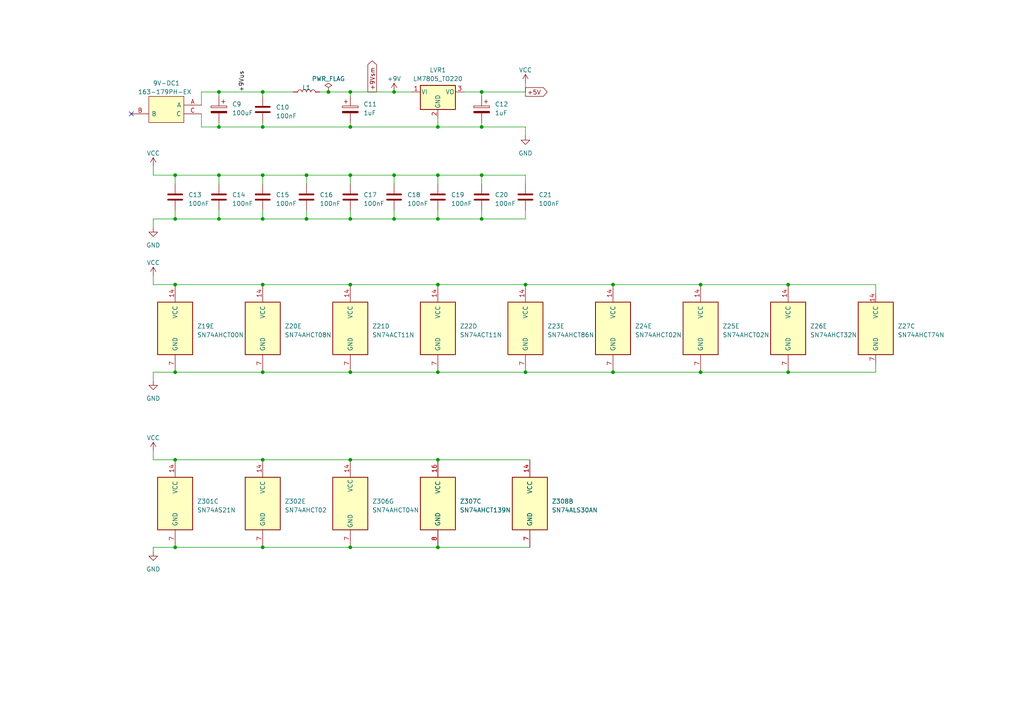
<source format=kicad_sch>
(kicad_sch (version 20211123) (generator eeschema)
  (paper "A4")
  (title_block (title "JupiterAce Z80 plus KIO and new memory format.") (date "2020-05-12") (rev "${REVNUM}") (company "Ontobus") (comment 1 "John Bradley") (comment 2 "https://creativecommons.org/licenses/by-nc-sa/4.0/") (comment 3 "Attribution-NonCommercial-ShareAlike 4.0 International License.") (comment 4 "This work is licensed under a Creative Commons "))
  (lib_symbols
    (symbol "74xx-FIX:74LS21" (pin_names (offset 1.016))
      (property "Reference" "U" (at 0 1.27 0))
      (property "Value" "74LS21" (at 0 -1.27 0))
      (symbol "74LS21_1_0"
        (pin no_connect line (at 2.54 -2.54 180) (length 2.54) hide (name "") (number "11"))
        (pin no_connect line (at 2.54 -1.27 180) (length 2.54) hide (name "") (number "3"))
      )
      (symbol "74LS21_1_1"
        (pin input line (at -7.62 3.81 0) (length 3.81) (name "~") (number "1"))
        (pin input line (at -7.62 1.27 0) (length 3.81) (name "~") (number "2"))
        (pin input line (at -7.62 -1.27 0) (length 3.81) (name "~") (number "4"))
        (pin input line (at -7.62 -3.81 0) (length 3.81) (name "~") (number "5"))
        (pin output line (at 7.62 0 180) (length 3.81) (name "~") (number "6"))
      )
      (symbol "74LS21_1_2"
        (pin input inverted (at -7.62 3.81 0) (length 3.81) (name "~") (number "1"))
        (pin input inverted (at -7.62 1.27 0) (length 4.826) (name "~") (number "2"))
        (pin input inverted (at -7.62 -1.27 0) (length 4.826) (name "~") (number "4"))
        (pin input inverted (at -7.62 -3.81 0) (length 3.81) (name "~") (number "5"))
        (pin output inverted (at 7.62 0 180) (length 3.81) (name "~") (number "6"))
      )
      (symbol "74LS21_2_1"
        (pin input line (at -7.62 1.27 0) (length 3.81) (name "~") (number "10"))
        (pin input line (at -7.62 -1.27 0) (length 3.81) (name "~") (number "12"))
        (pin input line (at -7.62 -3.81 0) (length 3.81) (name "~") (number "13"))
        (pin output line (at 7.62 0 180) (length 3.81) (name "~") (number "8"))
        (pin input line (at -7.62 3.81 0) (length 3.81) (name "~") (number "9"))
      )
      (symbol "74LS21_2_2"
        (pin input inverted (at -7.62 1.27 0) (length 4.826) (name "~") (number "10"))
        (pin input inverted (at -7.62 -1.27 0) (length 4.826) (name "~") (number "12"))
        (pin input inverted (at -7.62 -3.81 0) (length 3.81) (name "~") (number "13"))
        (pin output inverted (at 7.62 0 180) (length 3.81) (name "~") (number "8"))
        (pin input inverted (at -7.62 3.81 0) (length 3.81) (name "~") (number "9"))
      )
      (symbol "74LS21_3_0"
        (pin power_in line (at 0 12.7 270) (length 5.08) (name "VCC") (number "14"))
        (pin power_in line (at 0 -12.7 90) (length 5.08) (name "GND") (number "7"))
      )
    )
    (symbol "74xx-FIX:74LS30" (pin_names (offset 1.016))
      (property "Reference" "U" (at 0 1.27 0))
      (property "Value" "74LS30" (at 0 -1.27 0))
      (symbol "74LS30_1_0"
        (pin no_connect line (at 0 -5.08 0) (length 2.54) hide (name "") (number "10"))
        (pin no_connect line (at -1.27 -6.35 0) (length 2.54) hide (name "") (number "13"))
        (pin no_connect line (at 0 -6.35 0) (length 2.54) hide (name "") (number "9"))
      )
      (symbol "74LS30_1_1"
        (pin input line (at -7.62 7.62 0) (length 3.81) (name "~") (number "1"))
        (pin input line (at -7.62 -7.62 0) (length 3.81) (name "~") (number "11"))
        (pin input line (at -7.62 -10.16 0) (length 3.81) (name "~") (number "12"))
        (pin input line (at -7.62 5.08 0) (length 3.81) (name "~") (number "2"))
        (pin input line (at -7.62 2.54 0) (length 3.81) (name "~") (number "3"))
        (pin input line (at -7.62 0 0) (length 3.81) (name "~") (number "4"))
        (pin input line (at -7.62 -2.54 0) (length 3.81) (name "~") (number "5"))
        (pin input line (at -7.62 -5.08 0) (length 3.81) (name "~") (number "6"))
        (pin output inverted (at 7.62 0 180) (length 3.81) (name "~") (number "8"))
      )
      (symbol "74LS30_1_2"
        (pin input inverted (at -7.62 7.62 0) (length 3.81) (name "~") (number "1"))
        (pin input inverted (at -7.62 -7.62 0) (length 3.81) (name "~") (number "11"))
        (pin input inverted (at -7.62 -10.16 0) (length 3.81) (name "~") (number "12"))
        (pin input inverted (at -7.62 5.08 0) (length 3.81) (name "~") (number "2"))
        (pin input inverted (at -7.62 2.54 0) (length 4.5466) (name "~") (number "3"))
        (pin input inverted (at -7.62 0 0) (length 5.08) (name "~") (number "4"))
        (pin input inverted (at -7.62 -2.54 0) (length 4.5466) (name "~") (number "5"))
        (pin input inverted (at -7.62 -5.08 0) (length 3.81) (name "~") (number "6"))
        (pin output line (at 7.62 0 180) (length 3.81) (name "~") (number "8"))
      )
      (symbol "74LS30_2_0"
        (pin power_in line (at 0 12.7 270) (length 5.08) (name "VCC") (number "14"))
        (pin power_in line (at 0 -12.7 90) (length 5.08) (name "GND") (number "7"))
      )
    )
    (symbol "74xx:74LS00" (pin_names (offset 1.016))
      (property "Reference" "U" (at 0 1.27 0))
      (property "Value" "74LS00" (at 0 -1.27 0))
      (symbol "74LS00_1_1"
        (pin input line (at -7.62 2.54 0) (length 3.81) (name "~") (number "1"))
        (pin input line (at -7.62 -2.54 0) (length 3.81) (name "~") (number "2"))
        (pin output inverted (at 7.62 0 180) (length 3.81) (name "~") (number "3"))
      )
      (symbol "74LS00_1_2"
        (pin input inverted (at -7.62 2.54 0) (length 4.318) (name "~") (number "1"))
        (pin input inverted (at -7.62 -2.54 0) (length 4.318) (name "~") (number "2"))
        (pin output line (at 7.62 0 180) (length 3.81) (name "~") (number "3"))
      )
      (symbol "74LS00_2_1"
        (pin input line (at -7.62 2.54 0) (length 3.81) (name "~") (number "4"))
        (pin input line (at -7.62 -2.54 0) (length 3.81) (name "~") (number "5"))
        (pin output inverted (at 7.62 0 180) (length 3.81) (name "~") (number "6"))
      )
      (symbol "74LS00_2_2"
        (pin input inverted (at -7.62 2.54 0) (length 4.318) (name "~") (number "4"))
        (pin input inverted (at -7.62 -2.54 0) (length 4.318) (name "~") (number "5"))
        (pin output line (at 7.62 0 180) (length 3.81) (name "~") (number "6"))
      )
      (symbol "74LS00_3_1"
        (pin input line (at -7.62 -2.54 0) (length 3.81) (name "~") (number "10"))
        (pin output inverted (at 7.62 0 180) (length 3.81) (name "~") (number "8"))
        (pin input line (at -7.62 2.54 0) (length 3.81) (name "~") (number "9"))
      )
      (symbol "74LS00_3_2"
        (pin input inverted (at -7.62 -2.54 0) (length 4.318) (name "~") (number "10"))
        (pin output line (at 7.62 0 180) (length 3.81) (name "~") (number "8"))
        (pin input inverted (at -7.62 2.54 0) (length 4.318) (name "~") (number "9"))
      )
      (symbol "74LS00_4_1"
        (pin output inverted (at 7.62 0 180) (length 3.81) (name "~") (number "11"))
        (pin input line (at -7.62 2.54 0) (length 3.81) (name "~") (number "12"))
        (pin input line (at -7.62 -2.54 0) (length 3.81) (name "~") (number "13"))
      )
      (symbol "74LS00_4_2"
        (pin output line (at 7.62 0 180) (length 3.81) (name "~") (number "11"))
        (pin input inverted (at -7.62 2.54 0) (length 4.318) (name "~") (number "12"))
        (pin input inverted (at -7.62 -2.54 0) (length 4.318) (name "~") (number "13"))
      )
      (symbol "74LS00_5_0"
        (pin power_in line (at 0 12.7 270) (length 5.08) (name "VCC") (number "14"))
        (pin power_in line (at 0 -12.7 90) (length 5.08) (name "GND") (number "7"))
      )
    )
    (symbol "74xx:74LS02" (pin_names (offset 1.016))
      (property "Reference" "U" (at 0 1.27 0))
      (property "Value" "74LS02" (at 0 -1.27 0))
      (symbol "74LS02_1_1"
        (pin output inverted (at 7.62 0 180) (length 3.81) (name "~") (number "1"))
        (pin input line (at -7.62 2.54 0) (length 4.318) (name "~") (number "2"))
        (pin input line (at -7.62 -2.54 0) (length 4.318) (name "~") (number "3"))
      )
      (symbol "74LS02_1_2"
        (pin output line (at 7.62 0 180) (length 3.81) (name "~") (number "1"))
        (pin input inverted (at -7.62 2.54 0) (length 3.81) (name "~") (number "2"))
        (pin input inverted (at -7.62 -2.54 0) (length 3.81) (name "~") (number "3"))
      )
      (symbol "74LS02_2_1"
        (pin output inverted (at 7.62 0 180) (length 3.81) (name "~") (number "4"))
        (pin input line (at -7.62 2.54 0) (length 4.318) (name "~") (number "5"))
        (pin input line (at -7.62 -2.54 0) (length 4.318) (name "~") (number "6"))
      )
      (symbol "74LS02_2_2"
        (pin output line (at 7.62 0 180) (length 3.81) (name "~") (number "4"))
        (pin input inverted (at -7.62 2.54 0) (length 3.81) (name "~") (number "5"))
        (pin input inverted (at -7.62 -2.54 0) (length 3.81) (name "~") (number "6"))
      )
      (symbol "74LS02_3_1"
        (pin output inverted (at 7.62 0 180) (length 3.81) (name "~") (number "10"))
        (pin input line (at -7.62 2.54 0) (length 4.318) (name "~") (number "8"))
        (pin input line (at -7.62 -2.54 0) (length 4.318) (name "~") (number "9"))
      )
      (symbol "74LS02_3_2"
        (pin output line (at 7.62 0 180) (length 3.81) (name "~") (number "10"))
        (pin input inverted (at -7.62 2.54 0) (length 3.81) (name "~") (number "8"))
        (pin input inverted (at -7.62 -2.54 0) (length 3.81) (name "~") (number "9"))
      )
      (symbol "74LS02_4_1"
        (pin input line (at -7.62 2.54 0) (length 4.318) (name "~") (number "11"))
        (pin input line (at -7.62 -2.54 0) (length 4.318) (name "~") (number "12"))
        (pin output inverted (at 7.62 0 180) (length 3.81) (name "~") (number "13"))
      )
      (symbol "74LS02_4_2"
        (pin input inverted (at -7.62 2.54 0) (length 3.81) (name "~") (number "11"))
        (pin input inverted (at -7.62 -2.54 0) (length 3.81) (name "~") (number "12"))
        (pin output line (at 7.62 0 180) (length 3.81) (name "~") (number "13"))
      )
      (symbol "74LS02_5_0"
        (pin power_in line (at 0 12.7 270) (length 5.08) (name "VCC") (number "14"))
        (pin power_in line (at 0 -12.7 90) (length 5.08) (name "GND") (number "7"))
      )
    )
    (symbol "74xx:74LS04"
      (property "Reference" "U" (at 0 1.27 0))
      (property "Value" "74LS04" (at 0 -1.27 0))
      (symbol "74LS04_1_0"
        (pin input line (at -7.62 0 0) (length 3.81) (name "~") (number "1"))
        (pin output inverted (at 7.62 0 180) (length 3.81) (name "~") (number "2"))
      )
      (symbol "74LS04_2_0"
        (pin input line (at -7.62 0 0) (length 3.81) (name "~") (number "3"))
        (pin output inverted (at 7.62 0 180) (length 3.81) (name "~") (number "4"))
      )
      (symbol "74LS04_3_0"
        (pin input line (at -7.62 0 0) (length 3.81) (name "~") (number "5"))
        (pin output inverted (at 7.62 0 180) (length 3.81) (name "~") (number "6"))
      )
      (symbol "74LS04_4_0"
        (pin output inverted (at 7.62 0 180) (length 3.81) (name "~") (number "8"))
        (pin input line (at -7.62 0 0) (length 3.81) (name "~") (number "9"))
      )
      (symbol "74LS04_5_0"
        (pin output inverted (at 7.62 0 180) (length 3.81) (name "~") (number "10"))
        (pin input line (at -7.62 0 0) (length 3.81) (name "~") (number "11"))
      )
      (symbol "74LS04_6_0"
        (pin output inverted (at 7.62 0 180) (length 3.81) (name "~") (number "12"))
        (pin input line (at -7.62 0 0) (length 3.81) (name "~") (number "13"))
      )
      (symbol "74LS04_7_0"
        (pin power_in line (at 0 12.7 270) (length 5.08) (name "VCC") (number "14"))
        (pin power_in line (at 0 -12.7 90) (length 5.08) (name "GND") (number "7"))
      )
    )
    (symbol "74xx:74LS08" (pin_names (offset 1.016))
      (property "Reference" "U" (at 0 1.27 0))
      (property "Value" "74LS08" (at 0 -1.27 0))
      (symbol "74LS08_1_1"
        (pin input line (at -7.62 2.54 0) (length 3.81) (name "~") (number "1"))
        (pin input line (at -7.62 -2.54 0) (length 3.81) (name "~") (number "2"))
        (pin output line (at 7.62 0 180) (length 3.81) (name "~") (number "3"))
      )
      (symbol "74LS08_1_2"
        (pin input inverted (at -7.62 2.54 0) (length 4.318) (name "~") (number "1"))
        (pin input inverted (at -7.62 -2.54 0) (length 4.318) (name "~") (number "2"))
        (pin output inverted (at 7.62 0 180) (length 3.81) (name "~") (number "3"))
      )
      (symbol "74LS08_2_1"
        (pin input line (at -7.62 2.54 0) (length 3.81) (name "~") (number "4"))
        (pin input line (at -7.62 -2.54 0) (length 3.81) (name "~") (number "5"))
        (pin output line (at 7.62 0 180) (length 3.81) (name "~") (number "6"))
      )
      (symbol "74LS08_2_2"
        (pin input inverted (at -7.62 2.54 0) (length 4.318) (name "~") (number "4"))
        (pin input inverted (at -7.62 -2.54 0) (length 4.318) (name "~") (number "5"))
        (pin output inverted (at 7.62 0 180) (length 3.81) (name "~") (number "6"))
      )
      (symbol "74LS08_3_1"
        (pin input line (at -7.62 -2.54 0) (length 3.81) (name "~") (number "10"))
        (pin output line (at 7.62 0 180) (length 3.81) (name "~") (number "8"))
        (pin input line (at -7.62 2.54 0) (length 3.81) (name "~") (number "9"))
      )
      (symbol "74LS08_3_2"
        (pin input inverted (at -7.62 -2.54 0) (length 4.318) (name "~") (number "10"))
        (pin output inverted (at 7.62 0 180) (length 3.81) (name "~") (number "8"))
        (pin input inverted (at -7.62 2.54 0) (length 4.318) (name "~") (number "9"))
      )
      (symbol "74LS08_4_1"
        (pin output line (at 7.62 0 180) (length 3.81) (name "~") (number "11"))
        (pin input line (at -7.62 2.54 0) (length 3.81) (name "~") (number "12"))
        (pin input line (at -7.62 -2.54 0) (length 3.81) (name "~") (number "13"))
      )
      (symbol "74LS08_4_2"
        (pin output inverted (at 7.62 0 180) (length 3.81) (name "~") (number "11"))
        (pin input inverted (at -7.62 2.54 0) (length 4.318) (name "~") (number "12"))
        (pin input inverted (at -7.62 -2.54 0) (length 4.318) (name "~") (number "13"))
      )
      (symbol "74LS08_5_0"
        (pin power_in line (at 0 12.7 270) (length 5.08) (name "VCC") (number "14"))
        (pin power_in line (at 0 -12.7 90) (length 5.08) (name "GND") (number "7"))
      )
    )
    (symbol "74xx:74LS11" (pin_names (offset 1.016))
      (property "Reference" "U" (at 0 1.27 0))
      (property "Value" "74LS11" (at 0 -1.27 0))
      (symbol "74LS11_1_1"
        (pin input line (at -7.62 2.54 0) (length 3.81) (name "~") (number "1"))
        (pin output line (at 7.62 0 180) (length 3.81) (name "~") (number "12"))
        (pin input line (at -7.62 -2.54 0) (length 3.81) (name "~") (number "13"))
        (pin input line (at -7.62 0 0) (length 3.81) (name "~") (number "2"))
      )
      (symbol "74LS11_1_2"
        (pin input inverted (at -7.62 2.54 0) (length 4.318) (name "~") (number "1"))
        (pin output inverted (at 7.62 0 180) (length 3.81) (name "~") (number "12"))
        (pin input inverted (at -7.62 -2.54 0) (length 4.318) (name "~") (number "13"))
        (pin input inverted (at -7.62 0 0) (length 4.953) (name "~") (number "2"))
      )
      (symbol "74LS11_2_1"
        (pin input line (at -7.62 2.54 0) (length 3.81) (name "~") (number "3"))
        (pin input line (at -7.62 0 0) (length 3.81) (name "~") (number "4"))
        (pin input line (at -7.62 -2.54 0) (length 3.81) (name "~") (number "5"))
        (pin output line (at 7.62 0 180) (length 3.81) (name "~") (number "6"))
      )
      (symbol "74LS11_2_2"
        (pin input inverted (at -7.62 2.54 0) (length 4.318) (name "~") (number "3"))
        (pin input inverted (at -7.62 0 0) (length 4.953) (name "~") (number "4"))
        (pin input inverted (at -7.62 -2.54 0) (length 4.318) (name "~") (number "5"))
        (pin output inverted (at 7.62 0 180) (length 3.81) (name "~") (number "6"))
      )
      (symbol "74LS11_3_1"
        (pin input line (at -7.62 0 0) (length 3.81) (name "~") (number "10"))
        (pin input line (at -7.62 -2.54 0) (length 3.81) (name "~") (number "11"))
        (pin output line (at 7.62 0 180) (length 3.81) (name "~") (number "8"))
        (pin input line (at -7.62 2.54 0) (length 3.81) (name "~") (number "9"))
      )
      (symbol "74LS11_3_2"
        (pin input inverted (at -7.62 0 0) (length 4.953) (name "~") (number "10"))
        (pin input inverted (at -7.62 -2.54 0) (length 4.318) (name "~") (number "11"))
        (pin output inverted (at 7.62 0 180) (length 3.81) (name "~") (number "8"))
        (pin input inverted (at -7.62 2.54 0) (length 4.318) (name "~") (number "9"))
      )
      (symbol "74LS11_4_0"
        (pin power_in line (at 0 12.7 270) (length 5.08) (name "VCC") (number "14"))
        (pin power_in line (at 0 -12.7 90) (length 5.08) (name "GND") (number "7"))
      )
    )
    (symbol "74xx:74LS139" (pin_names (offset 1.016))
      (property "Reference" "U" (at -7.62 8.89 0))
      (property "Value" "74LS139" (at -7.62 -8.89 0))
      (symbol "74LS139_1_0"
        (pin input inverted (at -12.7 -5.08 0) (length 5.08) (name "E") (number "1"))
        (pin input line (at -12.7 0 0) (length 5.08) (name "A0") (number "2"))
        (pin input line (at -12.7 2.54 0) (length 5.08) (name "A1") (number "3"))
        (pin output inverted (at 12.7 2.54 180) (length 5.08) (name "O0") (number "4"))
        (pin output inverted (at 12.7 0 180) (length 5.08) (name "O1") (number "5"))
        (pin output inverted (at 12.7 -2.54 180) (length 5.08) (name "O2") (number "6"))
        (pin output inverted (at 12.7 -5.08 180) (length 5.08) (name "O3") (number "7"))
      )
      (symbol "74LS139_2_0"
        (pin output inverted (at 12.7 -2.54 180) (length 5.08) (name "O2") (number "10"))
        (pin output inverted (at 12.7 0 180) (length 5.08) (name "O1") (number "11"))
        (pin output inverted (at 12.7 2.54 180) (length 5.08) (name "O0") (number "12"))
        (pin input line (at -12.7 2.54 0) (length 5.08) (name "A1") (number "13"))
        (pin input line (at -12.7 0 0) (length 5.08) (name "A0") (number "14"))
        (pin input inverted (at -12.7 -5.08 0) (length 5.08) (name "E") (number "15"))
        (pin output inverted (at 12.7 -5.08 180) (length 5.08) (name "O3") (number "9"))
      )
      (symbol "74LS139_3_0"
        (pin power_in line (at 0 12.7 270) (length 5.08) (name "VCC") (number "16"))
        (pin power_in line (at 0 -12.7 90) (length 5.08) (name "GND") (number "8"))
      )
    )
    (symbol "74xx:74LS32" (pin_names (offset 1.016))
      (property "Reference" "U" (at 0 1.27 0))
      (property "Value" "74LS32" (at 0 -1.27 0))
      (symbol "74LS32_1_1"
        (pin input line (at -7.62 2.54 0) (length 4.318) (name "~") (number "1"))
        (pin input line (at -7.62 -2.54 0) (length 4.318) (name "~") (number "2"))
        (pin output line (at 7.62 0 180) (length 3.81) (name "~") (number "3"))
      )
      (symbol "74LS32_1_2"
        (pin input inverted (at -7.62 2.54 0) (length 3.81) (name "~") (number "1"))
        (pin input inverted (at -7.62 -2.54 0) (length 3.81) (name "~") (number "2"))
        (pin output inverted (at 7.62 0 180) (length 3.81) (name "~") (number "3"))
      )
      (symbol "74LS32_2_1"
        (pin input line (at -7.62 2.54 0) (length 4.318) (name "~") (number "4"))
        (pin input line (at -7.62 -2.54 0) (length 4.318) (name "~") (number "5"))
        (pin output line (at 7.62 0 180) (length 3.81) (name "~") (number "6"))
      )
      (symbol "74LS32_2_2"
        (pin input inverted (at -7.62 2.54 0) (length 3.81) (name "~") (number "4"))
        (pin input inverted (at -7.62 -2.54 0) (length 3.81) (name "~") (number "5"))
        (pin output inverted (at 7.62 0 180) (length 3.81) (name "~") (number "6"))
      )
      (symbol "74LS32_3_1"
        (pin input line (at -7.62 -2.54 0) (length 4.318) (name "~") (number "10"))
        (pin output line (at 7.62 0 180) (length 3.81) (name "~") (number "8"))
        (pin input line (at -7.62 2.54 0) (length 4.318) (name "~") (number "9"))
      )
      (symbol "74LS32_3_2"
        (pin input inverted (at -7.62 -2.54 0) (length 3.81) (name "~") (number "10"))
        (pin output inverted (at 7.62 0 180) (length 3.81) (name "~") (number "8"))
        (pin input inverted (at -7.62 2.54 0) (length 3.81) (name "~") (number "9"))
      )
      (symbol "74LS32_4_1"
        (pin output line (at 7.62 0 180) (length 3.81) (name "~") (number "11"))
        (pin input line (at -7.62 2.54 0) (length 4.318) (name "~") (number "12"))
        (pin input line (at -7.62 -2.54 0) (length 4.318) (name "~") (number "13"))
      )
      (symbol "74LS32_4_2"
        (pin output inverted (at 7.62 0 180) (length 3.81) (name "~") (number "11"))
        (pin input inverted (at -7.62 2.54 0) (length 3.81) (name "~") (number "12"))
        (pin input inverted (at -7.62 -2.54 0) (length 3.81) (name "~") (number "13"))
      )
      (symbol "74LS32_5_0"
        (pin power_in line (at 0 12.7 270) (length 5.08) (name "VCC") (number "14"))
        (pin power_in line (at 0 -12.7 90) (length 5.08) (name "GND") (number "7"))
      )
    )
    (symbol "74xx:74LS74" (pin_names (offset 1.016))
      (property "Reference" "U" (at -7.62 8.89 0))
      (property "Value" "74LS74" (at -7.62 -8.89 0))
      (symbol "74LS74_1_0"
        (pin input line (at 0 -7.62 90) (length 2.54) (name "~{R}") (number "1"))
        (pin input line (at -7.62 2.54 0) (length 2.54) (name "D") (number "2"))
        (pin input clock (at -7.62 0 0) (length 2.54) (name "C") (number "3"))
        (pin input line (at 0 7.62 270) (length 2.54) (name "~{S}") (number "4"))
        (pin output line (at 7.62 2.54 180) (length 2.54) (name "Q") (number "5"))
        (pin output line (at 7.62 -2.54 180) (length 2.54) (name "~{Q}") (number "6"))
      )
      (symbol "74LS74_2_0"
        (pin input line (at 0 7.62 270) (length 2.54) (name "~{S}") (number "10"))
        (pin input clock (at -7.62 0 0) (length 2.54) (name "C") (number "11"))
        (pin input line (at -7.62 2.54 0) (length 2.54) (name "D") (number "12"))
        (pin input line (at 0 -7.62 90) (length 2.54) (name "~{R}") (number "13"))
        (pin output line (at 7.62 -2.54 180) (length 2.54) (name "~{Q}") (number "8"))
        (pin output line (at 7.62 2.54 180) (length 2.54) (name "Q") (number "9"))
      )
      (symbol "74LS74_3_0"
        (pin power_in line (at 0 10.16 270) (length 2.54) (name "VCC") (number "14"))
        (pin power_in line (at 0 -10.16 90) (length 2.54) (name "GND") (number "7"))
      )
    )
    (symbol "74xx:74LS86" (pin_names (offset 1.016))
      (property "Reference" "U" (at 0 1.27 0))
      (property "Value" "74LS86" (at 0 -1.27 0))
      (symbol "74LS86_1_0"
        (pin input line (at -7.62 2.54 0) (length 4.445) (name "~") (number "1"))
        (pin input line (at -7.62 -2.54 0) (length 4.445) (name "~") (number "2"))
        (pin output line (at 7.62 0 180) (length 3.81) (name "~") (number "3"))
      )
      (symbol "74LS86_2_0"
        (pin input line (at -7.62 2.54 0) (length 4.445) (name "~") (number "4"))
        (pin input line (at -7.62 -2.54 0) (length 4.445) (name "~") (number "5"))
        (pin output line (at 7.62 0 180) (length 3.81) (name "~") (number "6"))
      )
      (symbol "74LS86_3_0"
        (pin input line (at -7.62 -2.54 0) (length 4.445) (name "~") (number "10"))
        (pin output line (at 7.62 0 180) (length 3.81) (name "~") (number "8"))
        (pin input line (at -7.62 2.54 0) (length 4.445) (name "~") (number "9"))
      )
      (symbol "74LS86_4_0"
        (pin output line (at 7.62 0 180) (length 3.81) (name "~") (number "11"))
        (pin input line (at -7.62 2.54 0) (length 4.445) (name "~") (number "12"))
        (pin input line (at -7.62 -2.54 0) (length 4.445) (name "~") (number "13"))
      )
      (symbol "74LS86_5_0"
        (pin power_in line (at 0 12.7 270) (length 5.08) (name "VCC") (number "14"))
        (pin power_in line (at 0 -12.7 90) (length 5.08) (name "GND") (number "7"))
      )
    )
    (symbol "Device:C" (pin_numbers hide) (pin_names (offset 0.254))
      (property "Reference" "C" (at 0.635 2.54 0))
      (property "Value" "C" (at 0.635 -2.54 0))
      (symbol "C_1_1"
        (pin passive line (at 0 3.81 270) (length 2.794) (name "~") (number "1"))
        (pin passive line (at 0 -3.81 90) (length 2.794) (name "~") (number "2"))
      )
    )
    (symbol "Device:C_Polarized" (pin_numbers hide) (pin_names (offset 0.254))
      (property "Reference" "C" (at 0.635 2.54 0))
      (property "Value" "C_Polarized" (at 0.635 -2.54 0))
      (symbol "C_Polarized_1_1"
        (pin passive line (at 0 3.81 270) (length 2.794) (name "~") (number "1"))
        (pin passive line (at 0 -3.81 90) (length 2.794) (name "~") (number "2"))
      )
    )
    (symbol "Device:L" (pin_numbers hide) (pin_names (offset 1.016) hide)
      (property "Reference" "L" (at -1.27 0 90))
      (property "Value" "L" (at 1.905 0 90))
      (symbol "L_1_1"
        (pin passive line (at 0 3.81 270) (length 1.27) (name "1") (number "1"))
        (pin passive line (at 0 -3.81 90) (length 1.27) (name "2") (number "2"))
      )
    )
    (symbol "ExtraSymbols:163-179PH-EX" (pin_names (offset 0.762))
      (property "Reference" "J" (at 16.51 7.62 0))
      (property "Value" "163-179PH-EX" (at 16.51 5.08 0))
      (symbol "163-179PH-EX_0_0"
        (pin power_out line (at 20.32 -2.54 180) (length 5.08) (name "A") (number "A"))
        (pin power_out line (at 0 0 0) (length 5.08) (name "B") (number "B"))
        (pin power_out line (at 20.32 0 180) (length 5.08) (name "C") (number "C"))
      )
    )
    (symbol "Regulator_Linear:LM7805_TO220" (pin_names (offset 0.254))
      (property "Reference" "U" (at -3.81 3.175 0))
      (property "Value" "LM7805_TO220" (at 0 3.175 0))
      (symbol "LM7805_TO220_1_1"
        (pin power_in line (at -7.62 0 0) (length 2.54) (name "VI") (number "1"))
        (pin power_in line (at 0 -7.62 90) (length 2.54) (name "GND") (number "2"))
        (pin power_out line (at 7.62 0 180) (length 2.54) (name "VO") (number "3"))
      )
    )
    (symbol "power:+9V" (power) (pin_names (offset 0))
      (property "Value" "+9V" (at 0 3.556 0))
      (symbol "+9V_1_1"
        (pin power_in line (at 0 0 90) (length 0) hide (name "+9V") (number "1"))
      )
    )
    (symbol "power:GND" (power) (pin_names (offset 0))
      (property "Value" "GND" (at 0 -3.81 0))
      (symbol "GND_1_1"
        (pin power_in line (at 0 0 270) (length 0) hide (name "GND") (number "1"))
      )
    )
    (symbol "power:PWR_FLAG" (power) (pin_numbers hide) (pin_names (offset 0) hide)
      (property "Value" "PWR_FLAG" (at 0 3.81 0))
      (symbol "PWR_FLAG_0_0"
        (pin power_out line (at 0 0 90) (length 0) (name "pwr") (number "1"))
      )
    )
    (symbol "power:VCC" (power) (pin_names (offset 0))
      (property "Value" "VCC" (at 0 3.81 0))
      (symbol "VCC_1_1"
        (pin power_in line (at 0 0 90) (length 0) hide (name "VCC") (number "1"))
      )
    )
  )
  (junction (at 101.6 82.55))
  (junction (at 63.5 50.8))
  (junction (at 152.4 107.95))
  (junction (at 139.7 50.8))
  (junction (at 101.6 36.83))
  (junction (at 203.2 107.95))
  (junction (at 50.8 63.5))
  (junction (at 50.8 133.35))
  (junction (at 76.2 50.8))
  (junction (at 63.5 63.5))
  (junction (at 127 50.8))
  (junction (at 139.7 36.83))
  (junction (at 101.6 107.95))
  (junction (at 88.9 63.5))
  (junction (at 76.2 158.75))
  (junction (at 139.7 63.5))
  (junction (at 177.8 107.95))
  (junction (at 127 36.83))
  (junction (at 50.8 50.8))
  (junction (at 127 158.75))
  (junction (at 76.2 63.5))
  (junction (at 95.25 26.67))
  (junction (at 63.5 36.83))
  (junction (at 101.6 133.35))
  (junction (at 228.6 107.95))
  (junction (at 101.6 26.67))
  (junction (at 139.7 26.67))
  (junction (at 101.6 158.75))
  (junction (at 50.8 158.75))
  (junction (at 50.8 82.55))
  (junction (at 76.2 82.55))
  (junction (at 228.6 82.55))
  (junction (at 203.2 82.55))
  (junction (at 152.4 82.55))
  (junction (at 63.5 26.67))
  (junction (at 101.6 63.5))
  (junction (at 127 82.55))
  (junction (at 76.2 36.83))
  (junction (at 127 133.35))
  (junction (at 101.6 50.8))
  (junction (at 76.2 26.67))
  (junction (at 76.2 133.35))
  (junction (at 114.3 50.8))
  (junction (at 127 107.95))
  (junction (at 177.8 82.55))
  (junction (at 50.8 107.95))
  (junction (at 88.9 50.8))
  (junction (at 114.3 63.5))
  (junction (at 76.2 107.95))
  (junction (at 114.3 26.67))
  (junction (at 127 63.5))
  (no_connect (at 38.1 33.02))
  (wire (pts (xy 101.6 26.67) (xy 114.3 26.67)))
  (wire (pts (xy 203.2 82.55) (xy 228.6 82.55)))
  (wire (pts (xy 88.9 53.34) (xy 88.9 50.8)))
  (wire (pts (xy 58.42 30.48) (xy 58.42 26.67)))
  (wire (pts (xy 127 50.8) (xy 139.7 50.8)))
  (wire (pts (xy 50.8 133.35) (xy 76.2 133.35)))
  (wire (pts (xy 203.2 107.95) (xy 228.6 107.95)))
  (wire (pts (xy 58.42 36.83) (xy 58.42 33.02)))
  (wire (pts (xy 114.3 53.34) (xy 114.3 50.8)))
  (wire (pts (xy 63.5 63.5) (xy 76.2 63.5)))
  (wire (pts (xy 63.5 60.96) (xy 63.5 63.5)))
  (wire (pts (xy 76.2 82.55) (xy 101.6 82.55)))
  (wire (pts (xy 44.45 50.8) (xy 50.8 50.8)))
  (wire (pts (xy 76.2 35.56) (xy 76.2 36.83)))
  (wire (pts (xy 139.7 60.96) (xy 139.7 63.5)))
  (wire (pts (xy 127 107.95) (xy 152.4 107.95)))
  (wire (pts (xy 101.6 35.56) (xy 101.6 36.83)))
  (wire (pts (xy 152.4 107.95) (xy 177.8 107.95)))
  (wire (pts (xy 50.8 63.5) (xy 63.5 63.5)))
  (wire (pts (xy 127 60.96) (xy 127 63.5)))
  (wire (pts (xy 101.6 36.83) (xy 127 36.83)))
  (wire (pts (xy 76.2 63.5) (xy 88.9 63.5)))
  (wire (pts (xy 139.7 50.8) (xy 152.4 50.8)))
  (wire (pts (xy 139.7 27.94) (xy 139.7 26.67)))
  (wire (pts (xy 177.8 82.55) (xy 203.2 82.55)))
  (wire (pts (xy 63.5 36.83) (xy 76.2 36.83)))
  (wire (pts (xy 76.2 53.34) (xy 76.2 50.8)))
  (wire (pts (xy 50.8 82.55) (xy 76.2 82.55)))
  (wire (pts (xy 63.5 26.67) (xy 76.2 26.67)))
  (wire (pts (xy 44.45 133.35) (xy 50.8 133.35)))
  (wire (pts (xy 50.8 53.34) (xy 50.8 50.8)))
  (wire (pts (xy 101.6 107.95) (xy 127 107.95)))
  (wire (pts (xy 44.45 158.75) (xy 50.8 158.75)))
  (wire (pts (xy 127 63.5) (xy 139.7 63.5)))
  (wire (pts (xy 50.8 60.96) (xy 50.8 63.5)))
  (wire (pts (xy 101.6 82.55) (xy 127 82.55)))
  (wire (pts (xy 76.2 60.96) (xy 76.2 63.5)))
  (wire (pts (xy 58.42 36.83) (xy 63.5 36.83)))
  (wire (pts (xy 101.6 50.8) (xy 114.3 50.8)))
  (wire (pts (xy 127 158.75) (xy 153.67 158.75)))
  (wire (pts (xy 44.45 160.02) (xy 44.45 158.75)))
  (wire (pts (xy 152.4 26.67) (xy 152.4 24.13)))
  (wire (pts (xy 44.45 107.95) (xy 50.8 107.95)))
  (wire (pts (xy 114.3 26.67) (xy 119.38 26.67)))
  (wire (pts (xy 58.42 26.67) (xy 63.5 26.67)))
  (wire (pts (xy 63.5 53.34) (xy 63.5 50.8)))
  (wire (pts (xy 254 82.55) (xy 254 85.09)))
  (wire (pts (xy 44.45 107.95) (xy 44.45 110.49)))
  (wire (pts (xy 139.7 35.56) (xy 139.7 36.83)))
  (wire (pts (xy 228.6 82.55) (xy 254 82.55)))
  (wire (pts (xy 127 82.55) (xy 152.4 82.55)))
  (wire (pts (xy 44.45 133.35) (xy 44.45 130.81)))
  (wire (pts (xy 254 107.95) (xy 254 105.41)))
  (wire (pts (xy 127 34.29) (xy 127 36.83)))
  (wire (pts (xy 95.25 26.67) (xy 101.6 26.67)))
  (wire (pts (xy 50.8 158.75) (xy 76.2 158.75)))
  (wire (pts (xy 88.9 63.5) (xy 101.6 63.5)))
  (wire (pts (xy 76.2 26.67) (xy 85.09 26.67)))
  (wire (pts (xy 101.6 63.5) (xy 114.3 63.5)))
  (wire (pts (xy 44.45 82.55) (xy 44.45 80.01)))
  (wire (pts (xy 152.4 36.83) (xy 152.4 39.37)))
  (wire (pts (xy 152.4 60.96) (xy 152.4 63.5)))
  (wire (pts (xy 114.3 60.96) (xy 114.3 63.5)))
  (wire (pts (xy 76.2 50.8) (xy 88.9 50.8)))
  (wire (pts (xy 139.7 36.83) (xy 152.4 36.83)))
  (wire (pts (xy 76.2 133.35) (xy 101.6 133.35)))
  (wire (pts (xy 134.62 26.67) (xy 139.7 26.67)))
  (wire (pts (xy 152.4 82.55) (xy 177.8 82.55)))
  (wire (pts (xy 101.6 53.34) (xy 101.6 50.8)))
  (wire (pts (xy 152.4 53.34) (xy 152.4 50.8)))
  (wire (pts (xy 44.45 63.5) (xy 44.45 66.04)))
  (wire (pts (xy 228.6 107.95) (xy 254 107.95)))
  (wire (pts (xy 50.8 50.8) (xy 63.5 50.8)))
  (wire (pts (xy 88.9 60.96) (xy 88.9 63.5)))
  (wire (pts (xy 76.2 107.95) (xy 101.6 107.95)))
  (wire (pts (xy 63.5 27.94) (xy 63.5 26.67)))
  (wire (pts (xy 88.9 50.8) (xy 101.6 50.8)))
  (wire (pts (xy 76.2 26.67) (xy 76.2 27.94)))
  (wire (pts (xy 63.5 50.8) (xy 76.2 50.8)))
  (wire (pts (xy 44.45 82.55) (xy 50.8 82.55)))
  (wire (pts (xy 101.6 133.35) (xy 127 133.35)))
  (wire (pts (xy 101.6 158.75) (xy 127 158.75)))
  (wire (pts (xy 139.7 63.5) (xy 152.4 63.5)))
  (wire (pts (xy 101.6 26.67) (xy 101.6 27.94)))
  (wire (pts (xy 44.45 50.8) (xy 44.45 48.26)))
  (wire (pts (xy 101.6 60.96) (xy 101.6 63.5)))
  (wire (pts (xy 177.8 107.95) (xy 203.2 107.95)))
  (wire (pts (xy 92.71 26.67) (xy 95.25 26.67)))
  (wire (pts (xy 76.2 36.83) (xy 101.6 36.83)))
  (wire (pts (xy 114.3 63.5) (xy 127 63.5)))
  (wire (pts (xy 50.8 107.95) (xy 76.2 107.95)))
  (wire (pts (xy 139.7 53.34) (xy 139.7 50.8)))
  (wire (pts (xy 44.45 63.5) (xy 50.8 63.5)))
  (wire (pts (xy 139.7 26.67) (xy 152.4 26.67)))
  (wire (pts (xy 63.5 35.56) (xy 63.5 36.83)))
  (wire (pts (xy 127 53.34) (xy 127 50.8)))
  (wire (pts (xy 114.3 50.8) (xy 127 50.8)))
  (wire (pts (xy 76.2 158.75) (xy 101.6 158.75)))
  (wire (pts (xy 127 36.83) (xy 139.7 36.83)))
  (wire (pts (xy 127 133.35) (xy 153.67 133.35)))
  (label "+9Vus" (at 71.12 26.67 90))
  (global_label "+5V" (shape output) (at 152.4 26.67 0) (property "Intersheet References" "${INTERSHEET_REFS}" (at 158.5947 26.5906 0) (effects (justify left))))
  (global_label "+9Vsm" (shape output) (at 107.95 26.67 90) (property "Intersheet References" "${INTERSHEET_REFS}" (at 107.8706 17.7539 90) (effects (justify left))))
  (symbol (lib_id "ExtraSymbols:163-179PH-EX") (at 38.1 33.02 0) (mirror x) (unit 1)
    (property "Reference" "9V-DC1" (at 48.26 24.13 0))
    (property "Value" "163-179PH-EX " (at 48.26 26.67 0))
    (property "Footprint" "ExtraFootprints:163179PHEX" (effects hide))
    (property "Datasheet" "https://componentsearchengine.com/Datasheets/1/163-179PH-EX.pdf" (effects hide))
    (property "Manufacturer_Name" "Kobiconn" (effects hide))
    (property "Manufacturer_Part_Number" "163-179PH-EX" (effects hide))
    (property "Description" "DC Power Connectors PCB 2.1MM" (effects hide))
    (property "Height" "11" (effects hide))
    (property "Mouser Part Number" "163-179PH-EX" (effects hide))
    (property "Mouser Price/Stock" "https://www.mouser.co.uk/ProductDetail/Kobiconn/163-179PH-EX?qs=Xb8IjHhkxj5l2UOaIqcGCw%3D%3D" (effects hide))
  )
  (symbol (lib_id "Device:C") (at 76.2 57.15 180) (unit 1)
    (property "Reference" "C15" (at 80.01 56.515 0) (effects (justify right)))
    (property "Value" "100nF" (at 80.01 59.055 0) (effects (justify right)))
    (property "Footprint" "Capacitor_THT:C_Disc_D5.0mm_W2.5mm_P5.00mm" (effects hide))
    (property "Height" "3" (effects hide))
    (property "Manufacturer_Name" "Vishay" (effects hide))
    (property "Manufacturer_Part_Number" "K104K15X7RF53H5" (effects hide))
    (property "Allied_Number" "70122995" (effects hide))
  )
  (symbol (lib_id "Device:C") (at 88.9 57.15 180) (unit 1)
    (property "Reference" "C16" (at 92.71 56.515 0) (effects (justify right)))
    (property "Value" "100nF" (at 92.71 59.055 0) (effects (justify right)))
    (property "Footprint" "Capacitor_THT:C_Disc_D5.0mm_W2.5mm_P5.00mm" (effects hide))
    (property "Height" "3" (effects hide))
    (property "Manufacturer_Name" "Vishay" (effects hide))
    (property "Manufacturer_Part_Number" "K104K15X7RF53H5" (effects hide))
    (property "Allied_Number" "70122995" (effects hide))
  )
  (symbol (lib_id "Device:C") (at 101.6 57.15 180) (unit 1)
    (property "Reference" "C17" (at 105.41 56.515 0) (effects (justify right)))
    (property "Value" "100nF" (at 105.41 59.055 0) (effects (justify right)))
    (property "Footprint" "Capacitor_THT:C_Disc_D5.0mm_W2.5mm_P5.00mm" (effects hide))
    (property "Height" "3" (effects hide))
    (property "Manufacturer_Name" "Vishay" (effects hide))
    (property "Manufacturer_Part_Number" "K104K15X7RF53H5" (effects hide))
    (property "Allied_Number" "70122995" (effects hide))
  )
  (symbol (lib_id "Device:C") (at 114.3 57.15 180) (unit 1)
    (property "Reference" "C18" (at 118.11 56.515 0) (effects (justify right)))
    (property "Value" "100nF" (at 118.11 59.055 0) (effects (justify right)))
    (property "Footprint" "Capacitor_THT:C_Disc_D5.0mm_W2.5mm_P5.00mm" (effects hide))
    (property "Height" "3" (effects hide))
    (property "Manufacturer_Name" "Vishay" (effects hide))
    (property "Manufacturer_Part_Number" "K104K15X7RF53H5" (effects hide))
    (property "Allied_Number" "70122995" (effects hide))
  )
  (symbol (lib_id "Device:C") (at 127 57.15 180) (unit 1)
    (property "Reference" "C19" (at 130.81 56.515 0) (effects (justify right)))
    (property "Value" "100nF" (at 130.81 59.055 0) (effects (justify right)))
    (property "Footprint" "Capacitor_THT:C_Disc_D5.0mm_W2.5mm_P5.00mm" (effects hide))
    (property "Height" "3" (effects hide))
    (property "Manufacturer_Name" "Vishay" (effects hide))
    (property "Manufacturer_Part_Number" "K104K15X7RF53H5" (effects hide))
    (property "Allied_Number" "70122995" (effects hide))
  )
  (symbol (lib_id "Device:C") (at 139.7 57.15 180) (unit 1)
    (property "Reference" "C20" (at 143.51 56.515 0) (effects (justify right)))
    (property "Value" "100nF" (at 143.51 59.055 0) (effects (justify right)))
    (property "Footprint" "Capacitor_THT:C_Disc_D5.0mm_W2.5mm_P5.00mm" (effects hide))
    (property "Height" "3" (effects hide))
    (property "Manufacturer_Name" "Vishay" (effects hide))
    (property "Manufacturer_Part_Number" "K104K15X7RF53H5" (effects hide))
    (property "Allied_Number" "70122995" (effects hide))
  )
  (symbol (lib_id "Device:C") (at 63.5 57.15 180) (unit 1)
    (property "Reference" "C14" (at 67.31 56.515 0) (effects (justify right)))
    (property "Value" "100nF" (at 67.31 59.055 0) (effects (justify right)))
    (property "Footprint" "Capacitor_THT:C_Disc_D5.0mm_W2.5mm_P5.00mm" (effects hide))
    (property "Height" "3" (effects hide))
    (property "Manufacturer_Name" "Vishay" (effects hide))
    (property "Manufacturer_Part_Number" "K104K15X7RF53H5" (effects hide))
    (property "Allied_Number" "70122995" (effects hide))
  )
  (symbol (lib_id "74xx:74LS139") (at 127 146.05 0) (unit 3)
    (property "Reference" "Z307" (at 133.35 145.415 0) (effects (justify left)))
    (property "Value" "SN74AHCT139N " (at 133.35 147.955 0) (effects (justify left)))
    (property "Footprint" "Package_DIP:DIP-16_W7.62mm" (effects hide))
    (property "Datasheet" "http://www.ti.com/lit/ds/symlink/sn74ls139a.pdf" (effects hide))
    (property "Manufacturer_Name" "Texas Instruments" (effects hide))
    (property "Manufacturer_Part_Number" "SN74AHCT139N" (effects hide))
  )
  (symbol (lib_id "Device:C") (at 76.2 31.75 180) (unit 1)
    (property "Reference" "C10" (at 80.01 31.115 0) (effects (justify right)))
    (property "Value" "100nF" (at 80.01 33.655 0) (effects (justify right)))
    (property "Footprint" "Capacitor_THT:C_Disc_D5.0mm_W2.5mm_P5.00mm" (effects hide))
    (property "Height" "3" (effects hide))
    (property "Manufacturer_Name" "Vishay" (effects hide))
    (property "Manufacturer_Part_Number" "K104K15X7RF53H5" (effects hide))
    (property "Allied_Number" "70122995" (effects hide))
  )
  (symbol (lib_id "Device:C_Polarized") (at 63.5 31.75 0) (mirror y) (unit 1)
    (property "Reference" "C9" (at 67.31 30.226 0) (effects (justify right)))
    (property "Value" "100uF" (at 67.31 32.766 0) (effects (justify right)))
    (property "Footprint" "Capacitor_THT:CP_Radial_D6.3mm_P2.50mm" (effects hide))
    (property "Height" "11" (effects hide))
    (property "Manufacturer_Name" "Lelon" (effects hide))
    (property "Manufacturer_Part_Number" "REA101M1CBK-0611P" (effects hide))
  )
  (symbol (lib_id "Device:C_Polarized") (at 139.7 31.75 0) (mirror y) (unit 1)
    (property "Reference" "C12" (at 143.51 30.226 0) (effects (justify right)))
    (property "Value" "1uF" (at 143.51 32.766 0) (effects (justify right)))
    (property "Footprint" "Capacitor_THT:CP_Radial_D6.3mm_P2.50mm" (effects hide))
    (property "Height" "11" (effects hide))
    (property "Manufacturer_Name" "Lelon" (effects hide))
    (property "Manufacturer_Part_Number" "REA101M1CBK-0611P" (effects hide))
  )
  (symbol (lib_id "power:PWR_FLAG") (at 95.25 26.67 0) (unit 1)
    (property "Reference" "#FLG0101" (effects hide))
    (property "Value" "PWR_FLAG" (at 95.25 22.86 0))
  )
  (symbol (lib_id "Device:C_Polarized") (at 101.6 31.75 0) (unit 1)
    (property "Reference" "C11" (at 105.41 30.226 0) (effects (justify left)))
    (property "Value" "1uF" (at 105.41 32.766 0) (effects (justify left)))
    (property "Footprint" "Capacitor_THT:CP_Radial_D6.3mm_P2.50mm" (effects hide))
    (property "Height" "11" (effects hide))
    (property "Manufacturer_Name" "Lelon" (effects hide))
    (property "Manufacturer_Part_Number" "REA101M1CBK-0611P" (effects hide))
  )
  (symbol (lib_id "74xx-FIX:74LS21") (at 50.8 146.05 0) (unit 3)
    (property "Reference" "Z301" (at 57.15 145.415 0) (effects (justify left)))
    (property "Value" "SN74AS21N" (at 57.15 147.955 0) (effects (justify left)))
    (property "Footprint" "Package_DIP:DIP-14_W7.62mm" (effects hide))
    (property "Datasheet" "http://www.ti.com/lit/gpn/sn74LS21" (effects hide))
    (property "Manufacturer_Part_Number" "SN74AS21N" (effects hide))
    (property "Manufacturer_Name" "Texas Instruments" (effects hide))
  )
  (symbol (lib_id "Device:C") (at 50.8 57.15 180) (unit 1)
    (property "Reference" "C13" (at 54.61 56.515 0) (effects (justify right)))
    (property "Value" "100nF" (at 54.61 59.055 0) (effects (justify right)))
    (property "Footprint" "Capacitor_THT:C_Disc_D5.0mm_W2.5mm_P5.00mm" (effects hide))
    (property "Height" "3" (effects hide))
    (property "Manufacturer_Name" "Vishay" (effects hide))
    (property "Manufacturer_Part_Number" "K104K15X7RF53H5" (effects hide))
  )
  (symbol (lib_id "74xx-FIX:74LS30") (at 153.67 146.05 0) (unit 2)
    (property "Reference" "Z308" (at 160.02 145.415 0) (effects (justify left)))
    (property "Value" "SN74ALS30AN " (at 160.02 147.955 0) (effects (justify left)))
    (property "Footprint" "Package_DIP:DIP-14_W7.62mm" (effects hide))
    (property "Datasheet" "http://www.ti.com/lit/gpn/sn74LS30" (effects hide))
    (property "Manufacturer_Part_Number" "SN74ALS30AN " (effects hide))
    (property "Manufacturer_Name" "Texas Instruments" (effects hide))
  )
  (symbol (lib_id "power:VCC") (at 44.45 48.26 0) (unit 1)
    (property "Reference" "#~PWR0178" (effects hide))
    (property "Value" "VCC" (at 44.45 44.45 0))
  )
  (symbol (lib_id "power:GND") (at 44.45 66.04 0) (unit 1)
    (property "Reference" "#~PWR0179" (effects hide))
    (property "Value" "GND" (at 44.45 71.12 0))
  )
  (symbol (lib_id "power:VCC") (at 44.45 80.01 0) (unit 1)
    (property "Reference" "#~PWR0180" (effects hide))
    (property "Value" "VCC" (at 44.45 76.2 0))
  )
  (symbol (lib_id "power:GND") (at 44.45 110.49 0) (unit 1)
    (property "Reference" "#~PWR0181" (effects hide))
    (property "Value" "GND" (at 44.45 115.57 0))
  )
  (symbol (lib_id "power:VCC") (at 44.45 130.81 0) (unit 1)
    (property "Reference" "#~PWR0182" (effects hide))
    (property "Value" "VCC" (at 44.45 127 0))
  )
  (symbol (lib_id "power:GND") (at 44.45 160.02 0) (unit 1)
    (property "Reference" "#~PWR0183" (effects hide))
    (property "Value" "GND" (at 44.45 165.1 0))
  )
  (symbol (lib_id "74xx:74LS02") (at 76.2 146.05 0) (unit 5)
    (property "Reference" "Z302" (at 82.55 145.415 0) (effects (justify left)))
    (property "Value" "SN74AHCT02" (at 82.55 147.955 0) (effects (justify left)))
    (property "Footprint" "Package_DIP:DIP-14_W7.62mm" (effects hide))
    (property "Datasheet" "http://www.ti.com/lit/gpn/sn74ls02" (effects hide))
    (property "Manufacturer_Part_Number" "SN74AHCT32N" (effects hide))
    (property "Manufacturer_Name" "Texas Instruments" (effects hide))
  )
  (symbol (lib_id "Device:L") (at 88.9 26.67 90) (unit 1)
    (property "Reference" "L1" (at 88.9 25.4 90))
    (property "Value" "EMI_Filter_LL_1423" (effects hide))
    (property "Footprint" "ExtraFootprints:KEMET_SBT_0260T" (effects hide))
    (property "Manufacturer_Part_Number" "SBT-0260" (effects hide))
    (property "Manufacturer_Name" "KEMET" (effects hide))
  )
  (symbol (lib_id "Device:C") (at 152.4 57.15 180) (unit 1)
    (property "Reference" "C21" (at 156.21 56.515 0) (effects (justify right)))
    (property "Value" "100nF" (at 156.21 59.055 0) (effects (justify right)))
    (property "Footprint" "Capacitor_THT:C_Disc_D5.0mm_W2.5mm_P5.00mm" (effects hide))
    (property "Height" "3" (effects hide))
    (property "Manufacturer_Name" "Vishay" (effects hide))
    (property "Manufacturer_Part_Number" "K104K15X7RF53H5" (effects hide))
    (property "Allied_Number" "70122995" (effects hide))
  )
  (symbol (lib_id "74xx:74LS02") (at 177.8 95.25 0) (mirror y) (unit 5)
    (property "Reference" "Z24" (at 184.15 94.615 0) (effects (justify right)))
    (property "Value" "SN74AHCT02N" (at 184.15 97.155 0) (effects (justify right)))
    (property "Footprint" "Package_DIP:DIP-14_W7.62mm" (effects hide))
    (property "Datasheet" "http://www.ti.com/lit/gpn/sn74ls02" (effects hide))
    (property "Manufacturer_Part_Number" "SN74AHCT02N" (effects hide))
    (property "Manufacturer_Name" "Texas Instruments" (effects hide))
  )
  (symbol (lib_id "74xx:74LS32") (at 228.6 95.25 0) (unit 5)
    (property "Reference" "Z26" (at 234.95 94.615 0) (effects (justify left)))
    (property "Value" "SN74AHCT32N" (at 234.95 97.155 0) (effects (justify left)))
    (property "Footprint" "Package_DIP:DIP-14_W7.62mm" (effects hide))
    (property "Datasheet" "http://www.ti.com/lit/gpn/sn74LS32" (effects hide))
    (property "Manufacturer_Part_Number" "SN74AHCT32N" (effects hide))
    (property "Manufacturer_Name" "Texas Instruments" (effects hide))
  )
  (symbol (lib_id "74xx:74LS74") (at 254 95.25 0) (unit 3)
    (property "Reference" "Z27" (at 260.35 94.615 0) (effects (justify left)))
    (property "Value" "SN74AHCT74N" (at 260.35 97.155 0) (effects (justify left)))
    (property "Footprint" "Package_DIP:DIP-14_W7.62mm" (effects hide))
    (property "Datasheet" "74xx/74hc_hct74.pdf" (effects hide))
    (property "Manufacturer_Part_Number" "SN74AHCT74N" (effects hide))
    (property "Manufacturer_Name" "Texas Instruments" (effects hide))
  )
  (symbol (lib_id "74xx:74LS04") (at 101.6 146.05 0) (unit 7)
    (property "Reference" "Z306" (at 107.95 145.415 0) (effects (justify left)))
    (property "Value" "SN74AHCT04N" (at 107.95 147.955 0) (effects (justify left)))
    (property "Footprint" "Package_DIP:DIP-14_W7.62mm" (effects hide))
    (property "Datasheet" "http://www.ti.com/lit/gpn/sn74LS04" (effects hide))
    (property "Manufacturer_Part_Number" "SN74AHCT04N" (effects hide))
    (property "Manufacturer_Name" "Texas Instruments" (effects hide))
  )
  (symbol (lib_id "74xx:74LS00") (at 50.8 95.25 0) (unit 5)
    (property "Reference" "Z19" (at 57.15 94.615 0) (effects (justify left)))
    (property "Value" "SN74AHCT00N" (at 57.15 97.155 0) (effects (justify left)))
    (property "Footprint" "Package_DIP:DIP-14_W7.62mm" (effects hide))
    (property "Datasheet" "http://www.ti.com/lit/gpn/sn74ls00" (effects hide))
    (property "Manufacturer_Part_Number" "SN74AHCT00N" (effects hide))
    (property "Manufacturer_Name" "Texas Instruments" (effects hide))
  )
  (symbol (lib_id "74xx:74LS02") (at 203.2 95.25 0) (mirror y) (unit 5)
    (property "Reference" "Z25" (at 209.55 94.615 0) (effects (justify right)))
    (property "Value" "SN74AHCT02N" (at 209.55 97.155 0) (effects (justify right)))
    (property "Footprint" "Package_DIP:DIP-14_W7.62mm" (effects hide))
    (property "Datasheet" "http://www.ti.com/lit/gpn/sn74ls02" (effects hide))
    (property "Manufacturer_Part_Number" "SN74AHCT02N" (effects hide))
    (property "Manufacturer_Name" "Texas Instruments" (effects hide))
  )
  (symbol (lib_id "74xx:74LS08") (at 76.2 95.25 0) (unit 5)
    (property "Reference" "Z20" (at 82.55 94.615 0) (effects (justify left)))
    (property "Value" "SN74AHCT08N" (at 82.55 97.155 0) (effects (justify left)))
    (property "Footprint" "Package_DIP:DIP-14_W7.62mm" (effects hide))
    (property "Datasheet" "http://www.ti.com/lit/gpn/sn74LS08" (effects hide))
    (property "Manufacturer_Part_Number" "SN74AHCT08N" (effects hide))
    (property "Manufacturer_Name" "Texas Instruments" (effects hide))
  )
  (symbol (lib_id "74xx:74LS11") (at 127 95.25 0) (unit 4)
    (property "Reference" "Z22" (at 133.35 94.615 0) (effects (justify left)))
    (property "Value" "SN74ACT11N" (at 133.35 97.155 0) (effects (justify left)))
    (property "Footprint" "Package_DIP:DIP-14_W7.62mm" (effects hide))
    (property "Datasheet" "http://www.ti.com/lit/gpn/sn74LS11" (effects hide))
    (property "Manufacturer_Part_Number" "SN74ACT11N" (effects hide))
    (property "Manufacturer_Name" "Texas Instruments" (effects hide))
  )
  (symbol (lib_id "74xx:74LS11") (at 101.6 95.25 0) (unit 4)
    (property "Reference" "Z21" (at 107.95 94.615 0) (effects (justify left)))
    (property "Value" "SN74ACT11N" (at 107.95 97.155 0) (effects (justify left)))
    (property "Footprint" "Package_DIP:DIP-14_W7.62mm" (effects hide))
    (property "Datasheet" "http://www.ti.com/lit/gpn/sn74LS11" (effects hide))
    (property "Manufacturer_Part_Number" "SN74ACT11N" (effects hide))
    (property "Manufacturer_Name" "Texas Instruments" (effects hide))
  )
  (symbol (lib_id "74xx:74LS86") (at 152.4 95.25 0) (unit 5)
    (property "Reference" "Z23" (at 158.75 94.615 0) (effects (justify left)))
    (property "Value" "SN74AHCT86N" (at 158.75 97.155 0) (effects (justify left)))
    (property "Footprint" "Package_DIP:DIP-14_W7.62mm" (effects hide))
    (property "Datasheet" "74xx/74ls86.pdf" (effects hide))
    (property "Manufacturer_Part_Number" "SN74AHCT86N" (effects hide))
    (property "Manufacturer_Name" "Texas Instruments" (effects hide))
  )
  (symbol (lib_id "power:GND") (at 152.4 39.37 0) (unit 1)
    (property "Reference" "#~PWR0161" (effects hide))
    (property "Value" "GND" (at 152.4 44.45 0))
  )
  (symbol (lib_id "power:+9V") (at 114.3 26.67 0) (unit 1)
    (property "Reference" "#~PWR0162" (effects hide))
    (property "Value" "+9V" (at 114.3 22.86 0))
  )
  (symbol (lib_id "Regulator_Linear:LM7805_TO220") (at 127 26.67 0) (unit 1)
    (property "Reference" "LVR1" (at 127 20.32 0))
    (property "Value" "LM7805_TO220" (at 127 22.86 0))
    (property "Footprint" "Package_TO_SOT_THT:TO-220-3_Vertical" (effects hide))
    (property "Datasheet" "https://www.onsemi.cn/PowerSolutions/document/MC7800-D.PDF" (effects hide))
    (property "Manufacturer_Name" "texas instruments" (effects hide))
    (property "Manufacturer_Part_Number" "LM7805CT/NOPB" (effects hide))
  )
  (symbol (lib_id "power:VCC") (at 152.4 24.13 0) (unit 1)
    (property "Reference" "#~PWR0102" (effects hide))
    (property "Value" "VCC" (at 152.4 20.32 0))
  )
)
</source>
